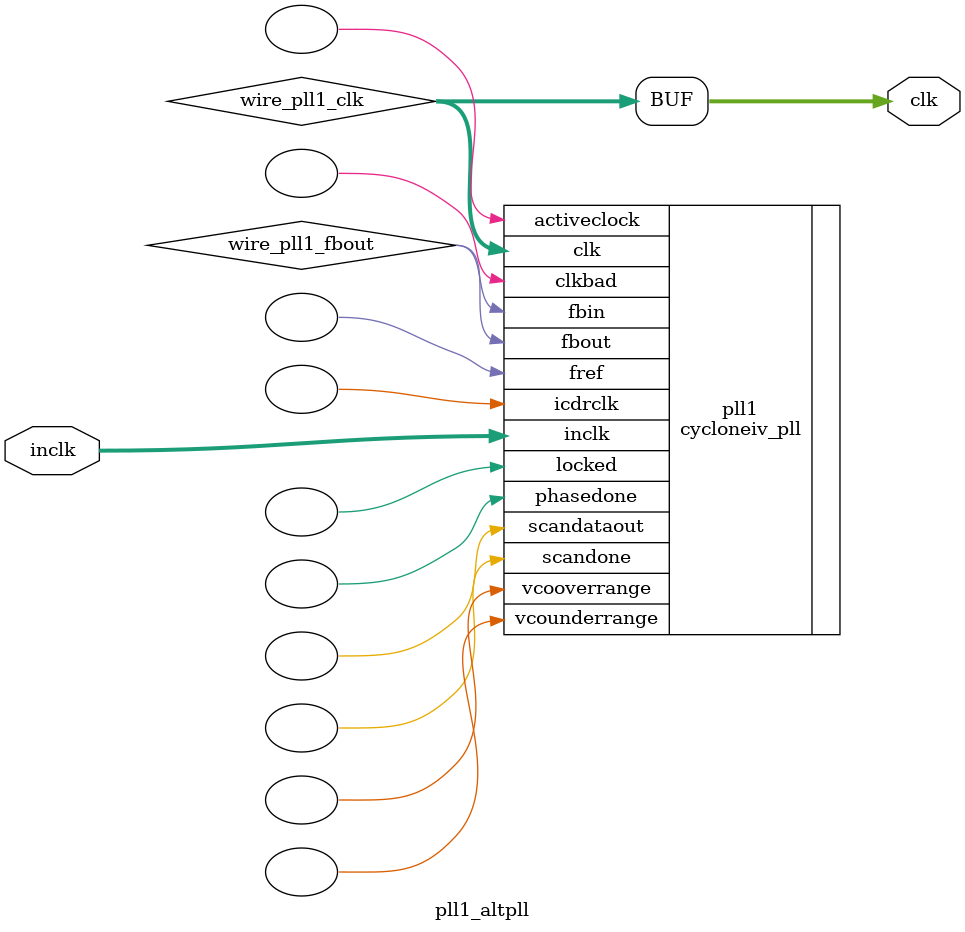
<source format=v>






//synthesis_resources = cycloneiv_pll 1 
//synopsys translate_off
`timescale 1 ps / 1 ps
//synopsys translate_on
module  pll1_altpll
	( 
	clk,
	inclk) /* synthesis synthesis_clearbox=1 */;
	output   [4:0]  clk;
	input   [1:0]  inclk;
`ifndef ALTERA_RESERVED_QIS
// synopsys translate_off
`endif
	tri0   [1:0]  inclk;
`ifndef ALTERA_RESERVED_QIS
// synopsys translate_on
`endif

	wire  [4:0]   wire_pll1_clk;
	wire  wire_pll1_fbout;

	cycloneiv_pll   pll1
	( 
	.activeclock(),
	.clk(wire_pll1_clk),
	.clkbad(),
	.fbin(wire_pll1_fbout),
	.fbout(wire_pll1_fbout),
	.fref(),
	.icdrclk(),
	.inclk(inclk),
	.locked(),
	.phasedone(),
	.scandataout(),
	.scandone(),
	.vcooverrange(),
	.vcounderrange()
	`ifndef FORMAL_VERIFICATION
	// synopsys translate_off
	`endif
	,
	.areset(1'b0),
	.clkswitch(1'b0),
	.configupdate(1'b0),
	.pfdena(1'b1),
	.phasecounterselect({3{1'b0}}),
	.phasestep(1'b0),
	.phaseupdown(1'b0),
	.scanclk(1'b0),
	.scanclkena(1'b1),
	.scandata(1'b0)
	`ifndef FORMAL_VERIFICATION
	// synopsys translate_on
	`endif
	);
	defparam
		pll1.bandwidth_type = "auto",
		pll1.clk0_divide_by = 25,
		pll1.clk0_duty_cycle = 50,
		pll1.clk0_multiply_by = 28,
		pll1.clk0_phase_shift = "0",
		pll1.clk1_divide_by = 25,
		pll1.clk1_duty_cycle = 50,
		pll1.clk1_multiply_by = 56,
		pll1.clk1_phase_shift = "0",
		pll1.clk2_divide_by = 5,
		pll1.clk2_duty_cycle = 50,
		pll1.clk2_multiply_by = 7,
		pll1.clk2_phase_shift = "0",
		pll1.clk3_divide_by = 5,
		pll1.clk3_duty_cycle = 50,
		pll1.clk3_multiply_by = 7,
		pll1.clk3_phase_shift = "1190",
		pll1.clk4_divide_by = 5,
		pll1.clk4_duty_cycle = 50,
		pll1.clk4_multiply_by = 14,
		pll1.clk4_phase_shift = "0",
		pll1.compensate_clock = "clk0",
		pll1.inclk0_input_frequency = 20000,
		pll1.operation_mode = "normal",
		pll1.pll_type = "auto",
		pll1.lpm_type = "cycloneiv_pll";
	assign
		clk = {wire_pll1_clk[4:0]};
endmodule //pll1_altpll
//VALID FILE

</source>
